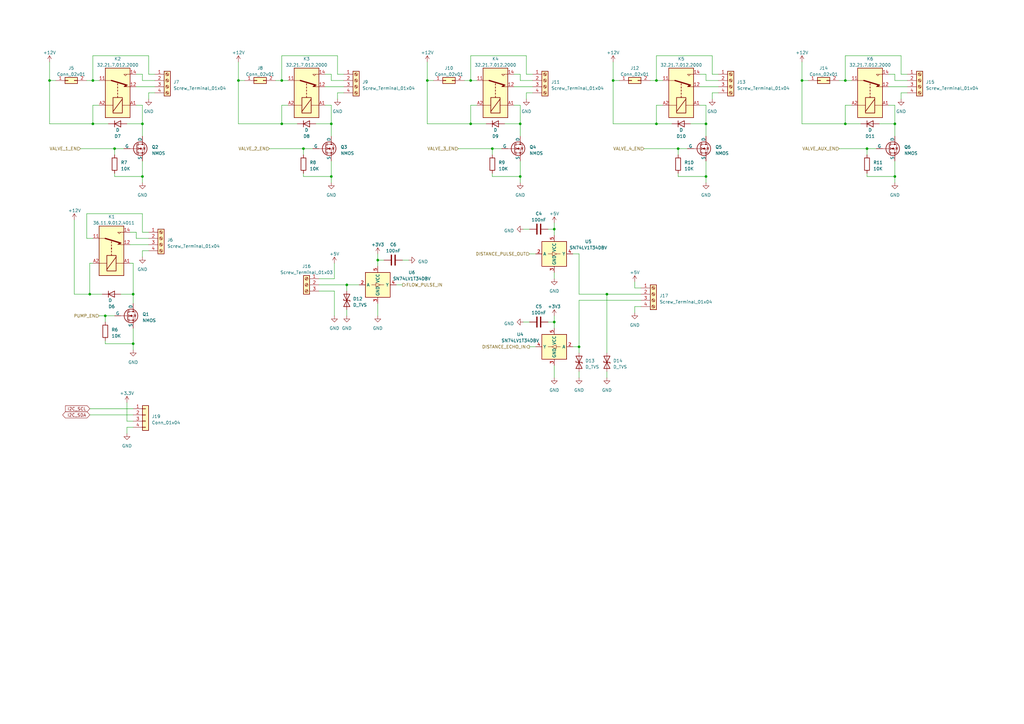
<source format=kicad_sch>
(kicad_sch (version 20250114) (generator "eeschema") (generator_version "9.0")
  (paper "A3")
  (lib_symbols
    (symbol "Connector:Screw_Terminal_01x03" (pin_names (offset 1.016) (hide yes))
      (property "Reference" "J" (at 0 5.08 0))
      (property "Value" "Screw_Terminal_01x03" (at 0 -5.08 0))
      (symbol "Screw_Terminal_01x03_1_1"
        (rectangle (start -1.27 3.81) (end 1.27 -3.81) (stroke (width 0.254)) (fill (type background)))
        (polyline (pts (xy -0.5334 2.8702) (xy 0.3302 2.032)) (stroke (width 0.1524)))
        (polyline (pts (xy -0.5334 0.3302) (xy 0.3302 -0.508)) (stroke (width 0.1524)))
        (polyline (pts (xy -0.5334 -2.2098) (xy 0.3302 -3.048)) (stroke (width 0.1524)))
        (polyline (pts (xy -0.3556 3.048) (xy 0.508 2.2098)) (stroke (width 0.1524)))
        (polyline (pts (xy -0.3556 0.508) (xy 0.508 -0.3302)) (stroke (width 0.1524)))
        (polyline (pts (xy -0.3556 -2.032) (xy 0.508 -2.8702)) (stroke (width 0.1524)))
        (circle (center 0 2.54) (radius 0.635) (stroke (width 0.1524)))
        (circle (center 0 0) (radius 0.635) (stroke (width 0.1524)))
        (circle (center 0 -2.54) (radius 0.635) (stroke (width 0.1524)))
        (pin passive line (at -5.08 2.54 0) (length 3.81) (name "Pin_1") (number "1"))
        (pin passive line (at -5.08 0 0) (length 3.81) (name "Pin_2") (number "2"))
        (pin passive line (at -5.08 -2.54 0) (length 3.81) (name "Pin_3") (number "3"))
      )
    )
    (symbol "Connector:Screw_Terminal_01x04" (pin_names (offset 1.016) (hide yes))
      (property "Reference" "J" (at 0 5.08 0))
      (property "Value" "Screw_Terminal_01x04" (at 0 -7.62 0))
      (symbol "Screw_Terminal_01x04_1_1"
        (rectangle (start -1.27 3.81) (end 1.27 -6.35) (stroke (width 0.254)) (fill (type background)))
        (polyline (pts (xy -0.5334 2.8702) (xy 0.3302 2.032)) (stroke (width 0.1524)))
        (polyline (pts (xy -0.5334 0.3302) (xy 0.3302 -0.508)) (stroke (width 0.1524)))
        (polyline (pts (xy -0.5334 -2.2098) (xy 0.3302 -3.048)) (stroke (width 0.1524)))
        (polyline (pts (xy -0.5334 -4.7498) (xy 0.3302 -5.588)) (stroke (width 0.1524)))
        (polyline (pts (xy -0.3556 3.048) (xy 0.508 2.2098)) (stroke (width 0.1524)))
        (polyline (pts (xy -0.3556 0.508) (xy 0.508 -0.3302)) (stroke (width 0.1524)))
        (polyline (pts (xy -0.3556 -2.032) (xy 0.508 -2.8702)) (stroke (width 0.1524)))
        (polyline (pts (xy -0.3556 -4.572) (xy 0.508 -5.4102)) (stroke (width 0.1524)))
        (circle (center 0 2.54) (radius 0.635) (stroke (width 0.1524)))
        (circle (center 0 0) (radius 0.635) (stroke (width 0.1524)))
        (circle (center 0 -2.54) (radius 0.635) (stroke (width 0.1524)))
        (circle (center 0 -5.08) (radius 0.635) (stroke (width 0.1524)))
        (pin passive line (at -5.08 2.54 0) (length 3.81) (name "Pin_1") (number "1"))
        (pin passive line (at -5.08 0 0) (length 3.81) (name "Pin_2") (number "2"))
        (pin passive line (at -5.08 -2.54 0) (length 3.81) (name "Pin_3") (number "3"))
        (pin passive line (at -5.08 -5.08 0) (length 3.81) (name "Pin_4") (number "4"))
      )
    )
    (symbol "Connector_Generic:Conn_01x04" (pin_names (offset 1.016) (hide yes))
      (property "Reference" "J" (at 0 5.08 0))
      (property "Value" "Conn_01x04" (at 0 -7.62 0))
      (symbol "Conn_01x04_1_1"
        (rectangle (start -1.27 3.81) (end 1.27 -6.35) (stroke (width 0.254)) (fill (type background)))
        (rectangle (start -1.27 2.667) (end 0 2.413) (stroke (width 0.1524)))
        (rectangle (start -1.27 0.127) (end 0 -0.127) (stroke (width 0.1524)))
        (rectangle (start -1.27 -2.413) (end 0 -2.667) (stroke (width 0.1524)))
        (rectangle (start -1.27 -4.953) (end 0 -5.207) (stroke (width 0.1524)))
        (pin passive line (at -5.08 2.54 0) (length 3.81) (name "Pin_1") (number "1"))
        (pin passive line (at -5.08 0 0) (length 3.81) (name "Pin_2") (number "2"))
        (pin passive line (at -5.08 -2.54 0) (length 3.81) (name "Pin_3") (number "3"))
        (pin passive line (at -5.08 -5.08 0) (length 3.81) (name "Pin_4") (number "4"))
      )
    )
    (symbol "Connector_Generic:Conn_02x01" (pin_names (offset 1.016) (hide yes))
      (property "Reference" "J" (at 1.27 2.54 0))
      (property "Value" "Conn_02x01" (at 1.27 -2.54 0))
      (symbol "Conn_02x01_1_1"
        (rectangle (start -1.27 1.27) (end 3.81 -1.27) (stroke (width 0.254)) (fill (type background)))
        (rectangle (start -1.27 0.127) (end 0 -0.127) (stroke (width 0.1524)))
        (rectangle (start 3.81 0.127) (end 2.54 -0.127) (stroke (width 0.1524)))
        (pin passive line (at -5.08 0 0) (length 3.81) (name "Pin_1") (number "1"))
        (pin passive line (at 7.62 0 180) (length 3.81) (name "Pin_2") (number "2"))
      )
    )
    (symbol "Device:C" (pin_numbers (hide yes)) (pin_names (offset 0.254))
      (property "Reference" "C" (at 0.635 2.54 0))
      (property "Value" "C" (at 0.635 -2.54 0))
      (symbol "C_0_1"
        (polyline (pts (xy -2.032 0.762) (xy 2.032 0.762)) (stroke (width 0.508)))
        (polyline (pts (xy -2.032 -0.762) (xy 2.032 -0.762)) (stroke (width 0.508)))
      )
      (symbol "C_1_1"
        (pin passive line (at 0 3.81 270) (length 2.794) (name "~") (number "1"))
        (pin passive line (at 0 -3.81 90) (length 2.794) (name "~") (number "2"))
      )
    )
    (symbol "Device:D" (pin_numbers (hide yes)) (pin_names (offset 1.016) (hide yes))
      (property "Reference" "D" (at 0 2.54 0))
      (property "Value" "D" (at 0 -2.54 0))
      (symbol "D_0_1"
        (polyline (pts (xy -1.27 1.27) (xy -1.27 -1.27)) (stroke (width 0.254)))
        (polyline (pts (xy 1.27 1.27) (xy 1.27 -1.27) (xy -1.27 0) (xy 1.27 1.27)) (stroke (width 0.254)))
        (polyline (pts (xy 1.27 0) (xy -1.27 0)))
      )
      (symbol "D_1_1"
        (pin passive line (at -3.81 0 0) (length 2.54) (name "K") (number "1"))
        (pin passive line (at 3.81 0 180) (length 2.54) (name "A") (number "2"))
      )
    )
    (symbol "Device:D_TVS" (pin_numbers (hide yes)) (pin_names (offset 1.016) (hide yes))
      (property "Reference" "D" (at 0 2.54 0))
      (property "Value" "D_TVS" (at 0 -2.54 0))
      (symbol "D_TVS_0_1"
        (polyline (pts (xy -2.54 1.27) (xy -2.54 -1.27) (xy 2.54 1.27) (xy 2.54 -1.27) (xy -2.54 1.27)) (stroke (width 0.254)))
        (polyline (pts (xy 0.508 1.27) (xy 0 1.27) (xy 0 -1.27) (xy -0.508 -1.27)) (stroke (width 0.254)))
        (polyline (pts (xy 1.27 0) (xy -1.27 0)))
      )
      (symbol "D_TVS_1_1"
        (pin passive line (at -3.81 0 0) (length 2.54) (name "A1") (number "1"))
        (pin passive line (at 3.81 0 180) (length 2.54) (name "A2") (number "2"))
      )
    )
    (symbol "Device:R" (pin_numbers (hide yes)) (pin_names (offset 0))
      (property "Reference" "R" (at 2.032 0 90))
      (property "Value" "R" (at 0 0 90))
      (symbol "R_0_1"
        (rectangle (start -1.016 -2.54) (end 1.016 2.54) (stroke (width 0.254)))
      )
      (symbol "R_1_1"
        (pin passive line (at 0 3.81 270) (length 1.27) (name "~") (number "1"))
        (pin passive line (at 0 -3.81 90) (length 1.27) (name "~") (number "2"))
      )
    )
    (symbol "Logic_LevelTranslator:SN74LV1T34DBV"
      (property "Reference" "U" (at 5.08 6.35 0))
      (property "Value" "SN74LV1T34DBV" (at 5.08 3.81 0))
      (symbol "SN74LV1T34DBV_0_1"
        (rectangle (start -5.08 5.08) (end 5.08 -5.08) (stroke (width 0.254)) (fill (type background)))
        (polyline (pts (xy -0.762 0) (xy -2.54 0)))
        (polyline (pts (xy 1.016 0) (xy 2.54 0)))
      )
      (symbol "SN74LV1T34DBV_1_1"
        (polyline (pts (xy -0.762 -0.762) (xy -0.762 0.762) (xy 1.016 0) (xy -0.762 -0.762)))
        (pin input line (at -7.62 0 0) (length 2.54) (name "A") (number "2"))
        (pin no_connect line (at -5.08 2.54 0) (length 2.54) (hide yes) (name "NC") (number "1"))
        (pin power_in line (at 0 7.62 270) (length 2.54) (name "VCC") (number "5"))
        (pin power_in line (at 0 -7.62 90) (length 2.54) (name "GND") (number "3"))
        (pin output line (at 7.62 0 180) (length 2.54) (name "Y") (number "4"))
      )
    )
    (symbol "Relay:FINDER-32.21-x000"
      (property "Reference" "K" (at 11.43 3.81 0))
      (property "Value" "FINDER-32.21-x000" (at 11.43 1.27 0))
      (symbol "FINDER-32.21-x000_0_0"
        (polyline (pts (xy 2.54 5.08) (xy 2.54 2.54) (xy 3.175 3.175) (xy 2.54 3.81)) (fill (type outline)))
        (polyline (pts (xy 7.62 5.08) (xy 7.62 2.54) (xy 6.985 3.175) (xy 7.62 3.81)))
      )
      (symbol "FINDER-32.21-x000_0_1"
        (rectangle (start -10.16 5.08) (end 10.16 -5.08) (stroke (width 0.254)) (fill (type background)))
        (rectangle (start -8.255 1.905) (end -1.905 -1.905) (stroke (width 0.254)))
        (polyline (pts (xy -7.62 -1.905) (xy -2.54 1.905)) (stroke (width 0.254)))
        (polyline (pts (xy -5.08 5.08) (xy -5.08 1.905)))
        (polyline (pts (xy -5.08 -5.08) (xy -5.08 -1.905)))
        (polyline (pts (xy -1.905 0) (xy -1.27 0)) (stroke (width 0.254)))
        (polyline (pts (xy -0.635 0) (xy 0 0)) (stroke (width 0.254)))
        (polyline (pts (xy 0.635 0) (xy 1.27 0)) (stroke (width 0.254)))
        (polyline (pts (xy 1.905 0) (xy 2.54 0)) (stroke (width 0.254)))
        (polyline (pts (xy 3.175 0) (xy 3.81 0)) (stroke (width 0.254)))
        (polyline (pts (xy 5.08 -2.54) (xy 3.175 3.81)) (stroke (width 0.508)))
        (polyline (pts (xy 5.08 -2.54) (xy 5.08 -5.08)))
      )
      (symbol "FINDER-32.21-x000_1_1"
        (pin passive line (at -5.08 7.62 270) (length 2.54) (name "~") (number "A1"))
        (pin passive line (at -5.08 -7.62 90) (length 2.54) (name "~") (number "A2"))
        (pin passive line (at 2.54 7.62 270) (length 2.54) (name "~") (number "12"))
        (pin passive line (at 5.08 -7.62 90) (length 2.54) (name "~") (number "11"))
        (pin passive line (at 7.62 7.62 270) (length 2.54) (name "~") (number "14"))
      )
    )
    (symbol "Relay:FINDER-36.11"
      (property "Reference" "K" (at 11.43 3.81 0))
      (property "Value" "FINDER-36.11" (at 11.43 1.27 0))
      (symbol "FINDER-36.11_0_0"
        (polyline (pts (xy 2.54 3.81) (xy 2.54 5.08)))
        (polyline (pts (xy 7.62 3.81) (xy 7.62 5.08)))
        (polyline (pts (xy 7.62 3.81) (xy 7.62 2.54) (xy 6.985 3.175) (xy 7.62 3.81)))
      )
      (symbol "FINDER-36.11_0_1"
        (rectangle (start -10.16 5.08) (end 10.16 -5.08) (stroke (width 0.254)) (fill (type background)))
        (rectangle (start -8.255 1.905) (end -1.905 -1.905) (stroke (width 0.254)))
        (polyline (pts (xy -7.62 -1.905) (xy -2.54 1.905)) (stroke (width 0.254)))
        (polyline (pts (xy -5.08 5.08) (xy -5.08 1.905)))
        (polyline (pts (xy -5.08 -5.08) (xy -5.08 -1.905)))
        (polyline (pts (xy -1.905 0) (xy -1.27 0)) (stroke (width 0.254)))
        (polyline (pts (xy -0.635 0) (xy 0 0)) (stroke (width 0.254)))
        (polyline (pts (xy 0.635 0) (xy 1.27 0)) (stroke (width 0.254)))
        (polyline (pts (xy 0.635 0) (xy 1.27 0)) (stroke (width 0.254)))
        (polyline (pts (xy 1.905 0) (xy 2.54 0)) (stroke (width 0.254)))
        (polyline (pts (xy 2.54 2.54) (xy 3.175 3.175) (xy 2.54 3.81)) (fill (type outline)))
        (polyline (pts (xy 3.175 0) (xy 3.81 0)) (stroke (width 0.254)))
        (polyline (pts (xy 5.08 -2.54) (xy 3.175 3.81)) (stroke (width 0.508)))
        (polyline (pts (xy 5.08 -2.54) (xy 5.08 -5.08)))
      )
      (symbol "FINDER-36.11_1_1"
        (pin passive line (at -5.08 7.62 270) (length 2.54) (name "~") (number "A1"))
        (pin passive line (at -5.08 -7.62 90) (length 2.54) (name "~") (number "A2"))
        (pin passive line (at 2.54 7.62 270) (length 2.54) (name "~") (number "12"))
        (pin passive line (at 5.08 -7.62 90) (length 2.54) (name "~") (number "11"))
        (pin passive line (at 7.62 7.62 270) (length 2.54) (name "~") (number "14"))
      )
    )
    (symbol "Simulation_SPICE:NMOS" (pin_numbers (hide yes)) (pin_names (offset 0))
      (property "Reference" "Q" (at 5.08 1.27 0))
      (property "Value" "NMOS" (at 5.08 -1.27 0))
      (symbol "NMOS_0_1"
        (polyline (pts (xy 0.254 1.905) (xy 0.254 -1.905)) (stroke (width 0.254)))
        (polyline (pts (xy 0.254 0) (xy -2.54 0)))
        (polyline (pts (xy 0.762 2.286) (xy 0.762 1.27)) (stroke (width 0.254)))
        (polyline (pts (xy 0.762 0.508) (xy 0.762 -0.508)) (stroke (width 0.254)))
        (polyline (pts (xy 0.762 -1.27) (xy 0.762 -2.286)) (stroke (width 0.254)))
        (polyline (pts (xy 0.762 -1.778) (xy 3.302 -1.778) (xy 3.302 1.778) (xy 0.762 1.778)))
        (polyline (pts (xy 1.016 0) (xy 2.032 0.381) (xy 2.032 -0.381) (xy 1.016 0)) (fill (type outline)))
        (circle (center 1.651 0) (radius 2.794) (stroke (width 0.254)))
        (polyline (pts (xy 2.54 2.54) (xy 2.54 1.778)))
        (circle (center 2.54 1.778) (radius 0.254) (fill (type outline)))
        (circle (center 2.54 -1.778) (radius 0.254) (fill (type outline)))
        (polyline (pts (xy 2.54 -2.54) (xy 2.54 0) (xy 0.762 0)))
        (polyline (pts (xy 2.794 0.508) (xy 2.921 0.381) (xy 3.683 0.381) (xy 3.81 0.254)))
        (polyline (pts (xy 3.302 0.381) (xy 2.921 -0.254) (xy 3.683 -0.254) (xy 3.302 0.381)))
      )
      (symbol "NMOS_1_1"
        (pin input line (at -5.08 0 0) (length 2.54) (name "G") (number "2"))
        (pin passive line (at 2.54 5.08 270) (length 2.54) (name "D") (number "1"))
        (pin passive line (at 2.54 -5.08 90) (length 2.54) (name "S") (number "3"))
      )
    )
    (symbol "power:+12V" (power) (pin_names (offset 0))
      (property "Value" "+12V" (at 0 3.556 0))
      (symbol "+12V_0_1"
        (polyline (pts (xy -0.762 1.27) (xy 0 2.54)))
        (polyline (pts (xy 0 2.54) (xy 0.762 1.27)))
        (polyline (pts (xy 0 0) (xy 0 2.54)))
      )
      (symbol "+12V_1_1"
        (pin power_in line (at 0 0 90) (length 0) (hide yes) (name "+12V") (number "1"))
      )
    )
    (symbol "power:+3.3V" (power) (pin_names (offset 0))
      (property "Value" "+3.3V" (at 0 3.556 0))
      (symbol "+3.3V_0_1"
        (polyline (pts (xy -0.762 1.27) (xy 0 2.54)))
        (polyline (pts (xy 0 2.54) (xy 0.762 1.27)))
        (polyline (pts (xy 0 0) (xy 0 2.54)))
      )
      (symbol "+3.3V_1_1"
        (pin power_in line (at 0 0 90) (length 0) (hide yes) (name "+3.3V") (number "1"))
      )
    )
    (symbol "power:+3V3" (power) (pin_names (offset 0))
      (property "Value" "+3V3" (at 0 3.556 0))
      (symbol "+3V3_0_1"
        (polyline (pts (xy -0.762 1.27) (xy 0 2.54)))
        (polyline (pts (xy 0 2.54) (xy 0.762 1.27)))
        (polyline (pts (xy 0 0) (xy 0 2.54)))
      )
      (symbol "+3V3_1_1"
        (pin power_in line (at 0 0 90) (length 0) (hide yes) (name "+3V3") (number "1"))
      )
    )
    (symbol "power:+5V" (power) (pin_names (offset 0))
      (property "Value" "+5V" (at 0 3.556 0))
      (symbol "+5V_0_1"
        (polyline (pts (xy -0.762 1.27) (xy 0 2.54)))
        (polyline (pts (xy 0 2.54) (xy 0.762 1.27)))
        (polyline (pts (xy 0 0) (xy 0 2.54)))
      )
      (symbol "+5V_1_1"
        (pin power_in line (at 0 0 90) (length 0) (hide yes) (name "+5V") (number "1"))
      )
    )
    (symbol "power:GND" (power) (pin_names (offset 0))
      (property "Value" "GND" (at 0 -3.81 0))
      (symbol "GND_0_1"
        (polyline (pts (xy 0 0) (xy 0 -1.27) (xy 1.27 -1.27) (xy 0 -2.54) (xy -1.27 -1.27) (xy 0 -1.27)))
      )
      (symbol "GND_1_1"
        (pin power_in line (at 0 0 270) (length 0) (hide yes) (name "GND") (number "1"))
      )
    )
  )
  (junction (at 20.32 33.02))
  (junction (at 278.13 60.96))
  (junction (at 367.03 50.8))
  (junction (at 135.89 72.39))
  (junction (at 346.71 33.02))
  (junction (at 58.42 72.39))
  (junction (at 346.71 50.8))
  (junction (at 328.93 33.02))
  (junction (at 289.56 72.39))
  (junction (at 97.79 33.02))
  (junction (at 38.1 50.8))
  (junction (at 54.61 120.65))
  (junction (at 38.1 33.02))
  (junction (at 251.46 33.02))
  (junction (at 227.33 132.08))
  (junction (at 115.57 50.8))
  (junction (at 193.04 33.02))
  (junction (at 58.42 50.8))
  (junction (at 43.18 129.54))
  (junction (at 124.46 60.96))
  (junction (at 154.94 106.68))
  (junction (at 227.33 93.98))
  (junction (at 46.99 60.96))
  (junction (at 175.26 33.02))
  (junction (at 36.83 120.65))
  (junction (at 193.04 50.8))
  (junction (at 213.36 50.8))
  (junction (at 355.6 60.96))
  (junction (at 237.49 142.24))
  (junction (at 289.56 50.8))
  (junction (at 367.03 72.39))
  (junction (at 248.92 120.65))
  (junction (at 115.57 33.02))
  (junction (at 142.24 116.84))
  (junction (at 269.24 33.02))
  (junction (at 54.61 140.97))
  (junction (at 135.89 50.8))
  (junction (at 269.24 50.8))
  (junction (at 201.93 60.96))
  (junction (at 213.36 72.39))
  (wire (pts (xy 30.48 120.65) (xy 36.83 120.65)))
  (wire (pts (xy 52.07 165.1) (xy 52.07 172.72)))
  (wire (pts (xy 38.1 43.18) (xy 40.64 43.18)))
  (wire (pts (xy 262.89 118.11) (xy 260.35 118.11)))
  (wire (pts (xy 346.71 33.02) (xy 349.25 33.02)))
  (wire (pts (xy 278.13 71.12) (xy 278.13 72.39)))
  (wire (pts (xy 346.71 50.8) (xy 346.71 43.18)))
  (wire (pts (xy 129.54 50.8) (xy 135.89 50.8)))
  (wire (pts (xy 60.96 30.48) (xy 60.96 22.86)))
  (wire (pts (xy 157.48 106.68) (xy 154.94 106.68)))
  (wire (pts (xy 135.89 72.39) (xy 135.89 74.93)))
  (wire (pts (xy 210.82 35.56) (xy 218.44 35.56)))
  (wire (pts (xy 175.26 33.02) (xy 177.8 33.02)))
  (wire (pts (xy 54.61 140.97) (xy 54.61 143.51)))
  (wire (pts (xy 237.49 142.24) (xy 237.49 144.78)))
  (wire (pts (xy 364.49 35.56) (xy 372.11 35.56)))
  (wire (pts (xy 165.1 106.68) (xy 167.64 106.68)))
  (wire (pts (xy 115.57 50.8) (xy 115.57 43.18)))
  (wire (pts (xy 133.35 30.48) (xy 135.89 30.48)))
  (wire (pts (xy 142.24 116.84) (xy 147.32 116.84)))
  (wire (pts (xy 372.11 38.1) (xy 369.57 38.1)))
  (wire (pts (xy 154.94 124.46) (xy 154.94 129.54)))
  (wire (pts (xy 60.96 102.87) (xy 58.42 102.87)))
  (wire (pts (xy 237.49 142.24) (xy 234.95 142.24)))
  (wire (pts (xy 58.42 30.48) (xy 58.42 33.02)))
  (wire (pts (xy 20.32 50.8) (xy 20.32 33.02)))
  (wire (pts (xy 213.36 50.8) (xy 213.36 43.18)))
  (wire (pts (xy 43.18 139.7) (xy 43.18 140.97)))
  (wire (pts (xy 54.61 120.65) (xy 54.61 124.46)))
  (wire (pts (xy 264.16 60.96) (xy 278.13 60.96)))
  (wire (pts (xy 193.04 50.8) (xy 175.26 50.8)))
  (wire (pts (xy 227.33 111.76) (xy 227.33 114.3)))
  (wire (pts (xy 287.02 35.56) (xy 294.64 35.56)))
  (wire (pts (xy 262.89 125.73) (xy 260.35 125.73)))
  (wire (pts (xy 58.42 72.39) (xy 58.42 74.93)))
  (wire (pts (xy 213.36 43.18) (xy 210.82 43.18)))
  (wire (pts (xy 35.56 97.79) (xy 35.56 87.63)))
  (wire (pts (xy 58.42 50.8) (xy 58.42 55.88)))
  (wire (pts (xy 215.9 30.48) (xy 215.9 22.86)))
  (wire (pts (xy 137.16 119.38) (xy 137.16 129.54)))
  (wire (pts (xy 248.92 120.65) (xy 248.92 144.78)))
  (wire (pts (xy 190.5 33.02) (xy 193.04 33.02)))
  (wire (pts (xy 287.02 30.48) (xy 289.56 30.48)))
  (wire (pts (xy 227.33 129.54) (xy 227.33 132.08)))
  (wire (pts (xy 214.63 93.98) (xy 217.17 93.98)))
  (wire (pts (xy 269.24 50.8) (xy 251.46 50.8)))
  (wire (pts (xy 60.96 38.1) (xy 60.96 40.64)))
  (wire (pts (xy 215.9 22.86) (xy 193.04 22.86)))
  (wire (pts (xy 55.88 97.79) (xy 60.96 97.79)))
  (wire (pts (xy 367.03 30.48) (xy 367.03 33.02)))
  (wire (pts (xy 115.57 50.8) (xy 97.79 50.8)))
  (wire (pts (xy 237.49 123.19) (xy 237.49 142.24)))
  (wire (pts (xy 46.99 71.12) (xy 46.99 72.39)))
  (wire (pts (xy 360.68 50.8) (xy 367.03 50.8)))
  (wire (pts (xy 20.32 25.4) (xy 20.32 33.02)))
  (wire (pts (xy 140.97 38.1) (xy 138.43 38.1)))
  (wire (pts (xy 124.46 60.96) (xy 124.46 63.5)))
  (wire (pts (xy 207.01 50.8) (xy 213.36 50.8)))
  (wire (pts (xy 97.79 33.02) (xy 100.33 33.02)))
  (wire (pts (xy 224.79 132.08) (xy 227.33 132.08)))
  (wire (pts (xy 234.95 104.14) (xy 237.49 104.14)))
  (wire (pts (xy 58.42 66.04) (xy 58.42 72.39)))
  (wire (pts (xy 140.97 30.48) (xy 138.43 30.48)))
  (wire (pts (xy 135.89 33.02) (xy 140.97 33.02)))
  (wire (pts (xy 46.99 129.54) (xy 43.18 129.54)))
  (wire (pts (xy 54.61 172.72) (xy 52.07 172.72)))
  (wire (pts (xy 269.24 50.8) (xy 269.24 43.18)))
  (wire (pts (xy 237.49 152.4) (xy 237.49 154.94)))
  (wire (pts (xy 165.1 116.84) (xy 162.56 116.84)))
  (wire (pts (xy 130.81 114.3) (xy 137.16 114.3)))
  (wire (pts (xy 135.89 50.8) (xy 135.89 43.18)))
  (wire (pts (xy 213.36 50.8) (xy 213.36 55.88)))
  (wire (pts (xy 130.81 119.38) (xy 137.16 119.38)))
  (wire (pts (xy 154.94 106.68) (xy 154.94 109.22)))
  (wire (pts (xy 135.89 43.18) (xy 133.35 43.18)))
  (wire (pts (xy 369.57 30.48) (xy 369.57 22.86)))
  (wire (pts (xy 58.42 43.18) (xy 55.88 43.18)))
  (wire (pts (xy 124.46 72.39) (xy 135.89 72.39)))
  (wire (pts (xy 44.45 50.8) (xy 38.1 50.8)))
  (wire (pts (xy 260.35 118.11) (xy 260.35 115.57)))
  (wire (pts (xy 260.35 125.73) (xy 260.35 128.27)))
  (wire (pts (xy 36.83 167.64) (xy 54.61 167.64)))
  (wire (pts (xy 53.34 107.95) (xy 54.61 107.95)))
  (wire (pts (xy 218.44 30.48) (xy 215.9 30.48)))
  (wire (pts (xy 130.81 116.84) (xy 142.24 116.84)))
  (wire (pts (xy 38.1 22.86) (xy 38.1 33.02)))
  (wire (pts (xy 138.43 22.86) (xy 115.57 22.86)))
  (wire (pts (xy 367.03 43.18) (xy 364.49 43.18)))
  (wire (pts (xy 46.99 72.39) (xy 58.42 72.39)))
  (wire (pts (xy 187.96 60.96) (xy 201.93 60.96)))
  (wire (pts (xy 227.33 132.08) (xy 227.33 134.62)))
  (wire (pts (xy 115.57 22.86) (xy 115.57 33.02)))
  (wire (pts (xy 289.56 30.48) (xy 289.56 33.02)))
  (wire (pts (xy 210.82 30.48) (xy 213.36 30.48)))
  (wire (pts (xy 193.04 33.02) (xy 195.58 33.02)))
  (wire (pts (xy 133.35 35.56) (xy 140.97 35.56)))
  (wire (pts (xy 63.5 30.48) (xy 60.96 30.48)))
  (wire (pts (xy 213.36 30.48) (xy 213.36 33.02)))
  (wire (pts (xy 266.7 33.02) (xy 269.24 33.02)))
  (wire (pts (xy 135.89 30.48) (xy 135.89 33.02)))
  (wire (pts (xy 289.56 33.02) (xy 294.64 33.02)))
  (wire (pts (xy 115.57 33.02) (xy 118.11 33.02)))
  (wire (pts (xy 364.49 30.48) (xy 367.03 30.48)))
  (wire (pts (xy 248.92 120.65) (xy 262.89 120.65)))
  (wire (pts (xy 372.11 30.48) (xy 369.57 30.48)))
  (wire (pts (xy 237.49 120.65) (xy 248.92 120.65)))
  (wire (pts (xy 292.1 38.1) (xy 292.1 40.64)))
  (wire (pts (xy 278.13 72.39) (xy 289.56 72.39)))
  (wire (pts (xy 58.42 102.87) (xy 58.42 105.41)))
  (wire (pts (xy 251.46 25.4) (xy 251.46 33.02)))
  (wire (pts (xy 367.03 50.8) (xy 367.03 43.18)))
  (wire (pts (xy 294.64 30.48) (xy 292.1 30.48)))
  (wire (pts (xy 346.71 50.8) (xy 328.93 50.8)))
  (wire (pts (xy 367.03 72.39) (xy 367.03 74.93)))
  (wire (pts (xy 52.07 50.8) (xy 58.42 50.8)))
  (wire (pts (xy 367.03 33.02) (xy 372.11 33.02)))
  (wire (pts (xy 135.89 66.04) (xy 135.89 72.39)))
  (wire (pts (xy 248.92 152.4) (xy 248.92 154.94)))
  (wire (pts (xy 124.46 71.12) (xy 124.46 72.39)))
  (wire (pts (xy 328.93 50.8) (xy 328.93 33.02)))
  (wire (pts (xy 97.79 50.8) (xy 97.79 33.02)))
  (wire (pts (xy 115.57 43.18) (xy 118.11 43.18)))
  (wire (pts (xy 113.03 33.02) (xy 115.57 33.02)))
  (wire (pts (xy 292.1 30.48) (xy 292.1 22.86)))
  (wire (pts (xy 218.44 38.1) (xy 215.9 38.1)))
  (wire (pts (xy 269.24 22.86) (xy 269.24 33.02)))
  (wire (pts (xy 201.93 60.96) (xy 201.93 63.5)))
  (wire (pts (xy 53.34 100.33) (xy 60.96 100.33)))
  (wire (pts (xy 138.43 30.48) (xy 138.43 22.86)))
  (wire (pts (xy 30.48 90.17) (xy 30.48 120.65)))
  (wire (pts (xy 50.8 60.96) (xy 46.99 60.96)))
  (wire (pts (xy 227.33 91.44) (xy 227.33 93.98)))
  (wire (pts (xy 251.46 50.8) (xy 251.46 33.02)))
  (wire (pts (xy 213.36 72.39) (xy 213.36 74.93)))
  (wire (pts (xy 40.64 129.54) (xy 43.18 129.54)))
  (wire (pts (xy 217.17 104.14) (xy 219.71 104.14)))
  (wire (pts (xy 46.99 60.96) (xy 46.99 63.5)))
  (wire (pts (xy 58.42 33.02) (xy 63.5 33.02)))
  (wire (pts (xy 328.93 33.02) (xy 331.47 33.02)))
  (wire (pts (xy 135.89 50.8) (xy 135.89 55.88)))
  (wire (pts (xy 138.43 38.1) (xy 138.43 40.64)))
  (wire (pts (xy 20.32 33.02) (xy 22.86 33.02)))
  (wire (pts (xy 54.61 120.65) (xy 49.53 120.65)))
  (wire (pts (xy 142.24 116.84) (xy 142.24 119.38)))
  (wire (pts (xy 43.18 129.54) (xy 43.18 132.08)))
  (wire (pts (xy 201.93 71.12) (xy 201.93 72.39)))
  (wire (pts (xy 215.9 38.1) (xy 215.9 40.64)))
  (wire (pts (xy 328.93 25.4) (xy 328.93 33.02)))
  (wire (pts (xy 54.61 107.95) (xy 54.61 120.65)))
  (wire (pts (xy 36.83 170.18) (xy 54.61 170.18)))
  (wire (pts (xy 199.39 50.8) (xy 193.04 50.8)))
  (wire (pts (xy 275.59 50.8) (xy 269.24 50.8)))
  (wire (pts (xy 58.42 50.8) (xy 58.42 43.18)))
  (wire (pts (xy 355.6 60.96) (xy 355.6 63.5)))
  (wire (pts (xy 55.88 95.25) (xy 55.88 97.79)))
  (wire (pts (xy 213.36 33.02) (xy 218.44 33.02)))
  (wire (pts (xy 227.33 149.86) (xy 227.33 154.94)))
  (wire (pts (xy 38.1 33.02) (xy 40.64 33.02)))
  (wire (pts (xy 137.16 114.3) (xy 137.16 107.95)))
  (wire (pts (xy 367.03 50.8) (xy 367.03 55.88)))
  (wire (pts (xy 35.56 33.02) (xy 38.1 33.02)))
  (wire (pts (xy 38.1 97.79) (xy 35.56 97.79)))
  (wire (pts (xy 294.64 38.1) (xy 292.1 38.1)))
  (wire (pts (xy 269.24 43.18) (xy 271.78 43.18)))
  (wire (pts (xy 217.17 142.24) (xy 219.71 142.24)))
  (wire (pts (xy 281.94 60.96) (xy 278.13 60.96)))
  (wire (pts (xy 97.79 25.4) (xy 97.79 33.02)))
  (wire (pts (xy 55.88 35.56) (xy 63.5 35.56)))
  (wire (pts (xy 217.17 132.08) (xy 214.63 132.08)))
  (wire (pts (xy 262.89 123.19) (xy 237.49 123.19)))
  (wire (pts (xy 128.27 60.96) (xy 124.46 60.96)))
  (wire (pts (xy 251.46 33.02) (xy 254 33.02)))
  (wire (pts (xy 289.56 50.8) (xy 289.56 55.88)))
  (wire (pts (xy 289.56 43.18) (xy 287.02 43.18)))
  (wire (pts (xy 193.04 50.8) (xy 193.04 43.18)))
  (wire (pts (xy 289.56 50.8) (xy 289.56 43.18)))
  (wire (pts (xy 55.88 30.48) (xy 58.42 30.48)))
  (wire (pts (xy 224.79 93.98) (xy 227.33 93.98)))
  (wire (pts (xy 369.57 22.86) (xy 346.71 22.86)))
  (wire (pts (xy 63.5 38.1) (xy 60.96 38.1)))
  (wire (pts (xy 58.42 87.63) (xy 58.42 95.25)))
  (wire (pts (xy 213.36 66.04) (xy 213.36 72.39)))
  (wire (pts (xy 193.04 22.86) (xy 193.04 33.02)))
  (wire (pts (xy 367.03 66.04) (xy 367.03 72.39)))
  (wire (pts (xy 193.04 43.18) (xy 195.58 43.18)))
  (wire (pts (xy 38.1 50.8) (xy 38.1 43.18)))
  (wire (pts (xy 292.1 22.86) (xy 269.24 22.86)))
  (wire (pts (xy 175.26 50.8) (xy 175.26 33.02)))
  (wire (pts (xy 283.21 50.8) (xy 289.56 50.8)))
  (wire (pts (xy 369.57 38.1) (xy 369.57 40.64)))
  (wire (pts (xy 227.33 93.98) (xy 227.33 96.52)))
  (wire (pts (xy 269.24 33.02) (xy 271.78 33.02)))
  (wire (pts (xy 353.06 50.8) (xy 346.71 50.8)))
  (wire (pts (xy 38.1 50.8) (xy 20.32 50.8)))
  (wire (pts (xy 53.34 95.25) (xy 55.88 95.25)))
  (wire (pts (xy 124.46 60.96) (xy 110.49 60.96)))
  (wire (pts (xy 237.49 104.14) (xy 237.49 120.65)))
  (wire (pts (xy 355.6 71.12) (xy 355.6 72.39)))
  (wire (pts (xy 154.94 104.14) (xy 154.94 106.68)))
  (wire (pts (xy 43.18 140.97) (xy 54.61 140.97)))
  (wire (pts (xy 142.24 127) (xy 142.24 129.54)))
  (wire (pts (xy 54.61 175.26) (xy 52.07 175.26)))
  (wire (pts (xy 36.83 120.65) (xy 36.83 107.95)))
  (wire (pts (xy 289.56 66.04) (xy 289.56 72.39)))
  (wire (pts (xy 278.13 60.96) (xy 278.13 63.5)))
  (wire (pts (xy 60.96 22.86) (xy 38.1 22.86)))
  (wire (pts (xy 36.83 107.95) (xy 38.1 107.95)))
  (wire (pts (xy 201.93 72.39) (xy 213.36 72.39)))
  (wire (pts (xy 41.91 120.65) (xy 36.83 120.65)))
  (wire (pts (xy 346.71 22.86) (xy 346.71 33.02)))
  (wire (pts (xy 289.56 72.39) (xy 289.56 74.93)))
  (wire (pts (xy 54.61 134.62) (xy 54.61 140.97)))
  (wire (pts (xy 346.71 43.18) (xy 349.25 43.18)))
  (wire (pts (xy 205.74 60.96) (xy 201.93 60.96)))
  (wire (pts (xy 121.92 50.8) (xy 115.57 50.8)))
  (wire (pts (xy 344.17 60.96) (xy 355.6 60.96)))
  (wire (pts (xy 35.56 87.63) (xy 58.42 87.63)))
  (wire (pts (xy 52.07 175.26) (xy 52.07 177.8)))
  (wire (pts (xy 175.26 25.4) (xy 175.26 33.02)))
  (wire (pts (xy 58.42 95.25) (xy 60.96 95.25)))
  (wire (pts (xy 33.02 60.96) (xy 46.99 60.96)))
  (wire (pts (xy 355.6 72.39) (xy 367.03 72.39)))
  (wire (pts (xy 359.41 60.96) (xy 355.6 60.96)))
  (wire (pts (xy 344.17 33.02) (xy 346.71 33.02)))
  (global_label "I2C_SDA" (shape bidirectional) (at 36.83 170.18 180) (property "Intersheetrefs" "${INTERSHEET_REFS}" (effects (hide yes))))
  (global_label "I2C_SCL" (shape input) (at 36.83 167.64 180) (property "Intersheetrefs" "${INTERSHEET_REFS}" (effects (hide yes))))
  (hierarchical_label "VALVE_1_EN" (shape input) (at 33.02 60.96 180))
  (hierarchical_label "FLOW_PULSE_IN" (shape output) (at 165.1 116.84 0))
  (hierarchical_label "DISTANCE_ECHO_IN" (shape output) (at 217.17 142.24 180))
  (hierarchical_label "VALVE_4_EN" (shape input) (at 264.16 60.96 180))
  (hierarchical_label "VALVE_2_EN" (shape input) (at 110.49 60.96 180))
  (hierarchical_label "PUMP_EN" (shape input) (at 40.64 129.54 180))
  (hierarchical_label "VALVE_3_EN" (shape input) (at 187.96 60.96 180))
  (hierarchical_label "VALVE_AUX_EN" (shape input) (at 344.17 60.96 180))
  (hierarchical_label "DISTANCE_PULSE_OUT" (shape input) (at 217.17 104.14 180))
  (symbol (lib_id "Relay:FINDER-36.11") (at 45.72 102.87 270) (mirror x) (unit 1)
    (property "Reference" "K1" (at 44.45 88.9 90) (effects (justify left)))
    (property "Value" "36.11.9.012.4011" (at 38.1 91.44 90) (effects (justify left)))
    (property "Footprint" "Relay_THT:Relay_SPDT_Finder_36.11" (effects (hide yes)))
    (property "Datasheet" "https://gfinder.findernet.com/public/attachments/36/EN/S36EN.pdf" (effects (hide yes)))
    (property "Manufacturer" "Finder" (effects (hide yes)))
    (property "ManufacturerPartNumber" "36.11.9.012.4011" (effects (hide yes)))
  )
  (symbol (lib_id "Device:R") (at 355.6 67.31 180) (unit 1)
    (property "Reference" "R11" (at 358.14 66.675 0) (effects (justify right)))
    (property "Value" "10K" (at 358.14 69.215 0) (effects (justify right)))
    (property "Footprint" "Resistor_SMD:R_0603_1608Metric" (effects (hide yes)))
  )
  (symbol (lib_id "Device:D") (at 356.87 50.8 0) (mirror x) (unit 1)
    (property "Reference" "D11" (at 356.87 55.88 0))
    (property "Value" "D" (at 356.87 53.34 0))
    (property "Sim.Device" "D" (effects (hide yes)))
    (property "Sim.Pins" "1=K 2=A" (effects (hide yes)))
  )
  (symbol (lib_id "power:+3V3") (at 227.33 129.54 0) (unit 1)
    (property "Reference" "#PWR044" (effects (hide yes)))
    (property "Value" "+3V3" (at 227.33 125.73 0))
  )
  (symbol (lib_id "Logic_LevelTranslator:SN74LV1T34DBV") (at 227.33 142.24 0) (mirror y) (unit 1)
    (property "Reference" "U4" (at 213.36 137.16 0))
    (property "Value" "SN74LV1T34DBV" (at 213.36 139.7 0))
    (property "Footprint" "Package_TO_SOT_SMD:SOT-23-5" (effects (hide yes)))
    (property "Datasheet" "https://www.ti.com/lit/ds/symlink/sn74lv1t34.pdf" (effects (hide yes)))
  )
  (symbol (lib_id "Relay:FINDER-32.21-x000") (at 279.4 38.1 270) (mirror x) (unit 1)
    (property "Reference" "K5" (at 279.4 24.13 90))
    (property "Value" "32.21.7.012.2000" (at 279.4 26.67 90))
    (property "Footprint" "Relay_THT:Relay_SPDT_Finder_32.21-x000" (effects (hide yes)))
    (property "Datasheet" "https://gfinder.findernet.com/assets/Series/355/S32EN.pdf" (effects (hide yes)))
    (property "Manufacturer" "Finder" (effects (hide yes)))
    (property "ManufacturerPartNumber" "32.21.7.012.2000" (effects (hide yes)))
  )
  (symbol (lib_id "power:GND") (at 292.1 40.64 0) (unit 1)
    (property "Reference" "#PWR031" (effects (hide yes)))
    (property "Value" "GND" (at 292.1 45.72 0))
  )
  (symbol (lib_id "power:+5V") (at 227.33 91.44 0) (unit 1)
    (property "Reference" "#PWR042" (effects (hide yes)))
    (property "Value" "+5V" (at 227.33 87.63 0))
  )
  (symbol (lib_id "Simulation_SPICE:NMOS") (at 287.02 60.96 0) (unit 1)
    (property "Reference" "Q5" (at 293.37 60.325 0) (effects (justify left)))
    (property "Value" "NMOS" (at 293.37 62.865 0) (effects (justify left)))
    (property "Datasheet" "https://ngspice.sourceforge.io/docs/ngspice-manual.pdf" (effects (hide yes)))
    (property "Sim.Device" "NMOS" (effects (hide yes)))
    (property "Sim.Type" "VDMOS" (effects (hide yes)))
    (property "Sim.Pins" "1=D 2=G 3=S" (effects (hide yes)))
  )
  (symbol (lib_id "Logic_LevelTranslator:SN74LV1T34DBV") (at 227.33 104.14 0) (unit 1)
    (property "Reference" "U5" (at 241.3 99.06 0))
    (property "Value" "SN74LV1T34DBV" (at 241.3 101.6 0))
    (property "Footprint" "Package_TO_SOT_SMD:SOT-23-5" (effects (hide yes)))
    (property "Datasheet" "https://www.ti.com/lit/ds/symlink/sn74lv1t34.pdf" (effects (hide yes)))
  )
  (symbol (lib_id "power:+12V") (at 30.48 90.17 0) (unit 1)
    (property "Reference" "#PWR018" (effects (hide yes)))
    (property "Value" "+12V" (at 27.94 86.36 0) (effects (justify left)))
  )
  (symbol (lib_id "Connector:Screw_Terminal_01x04") (at 377.19 33.02 0) (unit 1)
    (property "Reference" "J15" (at 379.73 33.655 0) (effects (justify left)))
    (property "Value" "Screw_Terminal_01x04" (at 379.73 36.195 0) (effects (justify left)))
  )
  (symbol (lib_id "Relay:FINDER-32.21-x000") (at 356.87 38.1 270) (mirror x) (unit 1)
    (property "Reference" "K6" (at 356.87 24.13 90))
    (property "Value" "32.21.7.012.2000" (at 356.87 26.67 90))
    (property "Footprint" "Relay_THT:Relay_SPDT_Finder_32.21-x000" (effects (hide yes)))
    (property "Datasheet" "https://gfinder.findernet.com/assets/Series/355/S32EN.pdf" (effects (hide yes)))
    (property "Manufacturer" "Finder" (effects (hide yes)))
    (property "ManufacturerPartNumber" "32.21.7.012.2000" (effects (hide yes)))
  )
  (symbol (lib_id "Device:D_TVS") (at 142.24 123.19 90) (unit 1)
    (property "Reference" "D12" (at 144.78 122.555 90) (effects (justify right)))
    (property "Value" "D_TVS" (at 144.78 125.095 90) (effects (justify right)))
  )
  (symbol (lib_id "Device:R") (at 278.13 67.31 180) (unit 1)
    (property "Reference" "R10" (at 280.67 66.675 0) (effects (justify right)))
    (property "Value" "10K" (at 280.67 69.215 0) (effects (justify right)))
    (property "Footprint" "Resistor_SMD:R_0603_1608Metric" (effects (hide yes)))
  )
  (symbol (lib_id "power:GND") (at 167.64 106.68 90) (unit 1)
    (property "Reference" "#PWR038" (effects (hide yes)))
    (property "Value" "GND" (at 171.45 107.315 90) (effects (justify right)))
  )
  (symbol (lib_id "Device:D") (at 125.73 50.8 0) (mirror x) (unit 1)
    (property "Reference" "D8" (at 125.73 55.88 0))
    (property "Value" "D" (at 125.73 53.34 0))
    (property "Sim.Device" "D" (effects (hide yes)))
    (property "Sim.Pins" "1=K 2=A" (effects (hide yes)))
  )
  (symbol (lib_id "Device:D") (at 203.2 50.8 0) (mirror x) (unit 1)
    (property "Reference" "D9" (at 203.2 55.88 0))
    (property "Value" "D" (at 203.2 53.34 0))
    (property "Sim.Device" "D" (effects (hide yes)))
    (property "Sim.Pins" "1=K 2=A" (effects (hide yes)))
  )
  (symbol (lib_id "power:GND") (at 54.61 143.51 0) (unit 1)
    (property "Reference" "#PWR019" (effects (hide yes)))
    (property "Value" "GND" (at 54.61 148.59 0))
  )
  (symbol (lib_id "Connector_Generic:Conn_02x01") (at 105.41 33.02 0) (unit 1)
    (property "Reference" "J8" (at 106.68 27.94 0))
    (property "Value" "Conn_02x01" (at 106.68 30.48 0))
  )
  (symbol (lib_id "Device:D_TVS") (at 248.92 148.59 90) (unit 1)
    (property "Reference" "D14" (at 251.46 147.955 90) (effects (justify right)))
    (property "Value" "D_TVS" (at 251.46 150.495 90) (effects (justify right)))
  )
  (symbol (lib_id "Device:R") (at 201.93 67.31 180) (unit 1)
    (property "Reference" "R9" (at 204.47 66.675 0) (effects (justify right)))
    (property "Value" "10K" (at 204.47 69.215 0) (effects (justify right)))
    (property "Footprint" "Resistor_SMD:R_0603_1608Metric" (effects (hide yes)))
  )
  (symbol (lib_id "Connector_Generic:Conn_01x04") (at 59.69 170.18 0) (unit 1)
    (property "Reference" "J19" (at 62.23 170.815 0) (effects (justify left)))
    (property "Value" "Conn_01x04" (at 62.23 173.355 0) (effects (justify left)))
  )
  (symbol (lib_id "Connector_Generic:Conn_02x01") (at 182.88 33.02 0) (unit 1)
    (property "Reference" "J10" (at 184.15 27.94 0))
    (property "Value" "Conn_02x01" (at 184.15 30.48 0))
  )
  (symbol (lib_id "Logic_LevelTranslator:SN74LV1T34DBV") (at 154.94 116.84 0) (unit 1)
    (property "Reference" "U6" (at 168.91 111.76 0))
    (property "Value" "SN74LV1T34DBV" (at 168.91 114.3 0))
    (property "Footprint" "Package_TO_SOT_SMD:SOT-23-5" (effects (hide yes)))
    (property "Datasheet" "https://www.ti.com/lit/ds/symlink/sn74lv1t34.pdf" (effects (hide yes)))
  )
  (symbol (lib_id "power:GND") (at 260.35 128.27 0) (unit 1)
    (property "Reference" "#PWR046" (effects (hide yes)))
    (property "Value" "GND" (at 260.35 133.35 0))
  )
  (symbol (lib_id "Device:D") (at 45.72 120.65 0) (unit 1)
    (property "Reference" "D6" (at 44.45 125.73 0) (effects (justify left)))
    (property "Value" "D" (at 44.45 123.19 0) (effects (justify left)))
    (property "Sim.Device" "D" (effects (hide yes)))
    (property "Sim.Pins" "1=K 2=A" (effects (hide yes)))
  )
  (symbol (lib_id "power:GND") (at 58.42 105.41 0) (unit 1)
    (property "Reference" "#PWR021" (effects (hide yes)))
    (property "Value" "GND" (at 58.42 110.49 0))
  )
  (symbol (lib_id "Connector:Screw_Terminal_01x04") (at 146.05 33.02 0) (unit 1)
    (property "Reference" "J9" (at 148.59 33.655 0) (effects (justify left)))
    (property "Value" "Screw_Terminal_01x04" (at 148.59 36.195 0) (effects (justify left)))
  )
  (symbol (lib_id "Simulation_SPICE:NMOS") (at 55.88 60.96 0) (unit 1)
    (property "Reference" "Q2" (at 62.23 60.325 0) (effects (justify left)))
    (property "Value" "NMOS" (at 62.23 62.865 0) (effects (justify left)))
    (property "Datasheet" "https://ngspice.sourceforge.io/docs/ngspice-manual.pdf" (effects (hide yes)))
    (property "Sim.Device" "NMOS" (effects (hide yes)))
    (property "Sim.Type" "VDMOS" (effects (hide yes)))
    (property "Sim.Pins" "1=D 2=G 3=S" (effects (hide yes)))
  )
  (symbol (lib_id "power:GND") (at 135.89 74.93 0) (unit 1)
    (property "Reference" "#PWR024" (effects (hide yes)))
    (property "Value" "GND" (at 135.89 80.01 0))
  )
  (symbol (lib_id "power:+12V") (at 251.46 25.4 0) (unit 1)
    (property "Reference" "#PWR029" (effects (hide yes)))
    (property "Value" "+12V" (at 251.46 21.59 0))
  )
  (symbol (lib_id "Device:C") (at 220.98 132.08 270) (mirror x) (unit 1)
    (property "Reference" "C5" (at 220.98 125.73 90))
    (property "Value" "100nF" (at 220.98 128.27 90))
  )
  (symbol (lib_id "Connector:Screw_Terminal_01x04") (at 299.72 33.02 0) (unit 1)
    (property "Reference" "J13" (at 302.26 33.655 0) (effects (justify left)))
    (property "Value" "Screw_Terminal_01x04" (at 302.26 36.195 0) (effects (justify left)))
  )
  (symbol (lib_id "power:GND") (at 52.07 177.8 0) (unit 1)
    (property "Reference" "#PWR053" (effects (hide yes)))
    (property "Value" "GND" (at 52.07 182.88 0))
  )
  (symbol (lib_id "Connector_Generic:Conn_02x01") (at 27.94 33.02 0) (unit 1)
    (property "Reference" "J5" (at 29.21 27.94 0))
    (property "Value" "Conn_02x01" (at 29.21 30.48 0))
  )
  (symbol (lib_id "power:GND") (at 215.9 40.64 0) (unit 1)
    (property "Reference" "#PWR028" (effects (hide yes)))
    (property "Value" "GND" (at 215.9 45.72 0))
  )
  (symbol (lib_id "power:GND") (at 142.24 129.54 0) (unit 1)
    (property "Reference" "#PWR037" (effects (hide yes)))
    (property "Value" "GND" (at 142.24 134.62 0))
  )
  (symbol (lib_id "power:GND") (at 237.49 154.94 0) (unit 1)
    (property "Reference" "#PWR049" (effects (hide yes)))
    (property "Value" "GND" (at 237.49 160.02 0))
  )
  (symbol (lib_id "power:+12V") (at 175.26 25.4 0) (unit 1)
    (property "Reference" "#PWR026" (effects (hide yes)))
    (property "Value" "+12V" (at 175.26 21.59 0))
  )
  (symbol (lib_id "power:GND") (at 60.96 40.64 0) (unit 1)
    (property "Reference" "#PWR022" (effects (hide yes)))
    (property "Value" "GND" (at 60.96 45.72 0))
  )
  (symbol (lib_id "power:GND") (at 369.57 40.64 0) (unit 1)
    (property "Reference" "#PWR034" (effects (hide yes)))
    (property "Value" "GND" (at 369.57 45.72 0))
  )
  (symbol (lib_id "Device:R") (at 43.18 135.89 180) (unit 1)
    (property "Reference" "R6" (at 45.72 135.255 0) (effects (justify right)))
    (property "Value" "10K" (at 45.72 137.795 0) (effects (justify right)))
    (property "Footprint" "Resistor_SMD:R_0603_1608Metric" (effects (hide yes)))
  )
  (symbol (lib_id "Connector:Screw_Terminal_01x04") (at 68.58 33.02 0) (unit 1)
    (property "Reference" "J7" (at 71.12 33.655 0) (effects (justify left)))
    (property "Value" "Screw_Terminal_01x04" (at 71.12 36.195 0) (effects (justify left)))
  )
  (symbol (lib_id "Device:R") (at 46.99 67.31 180) (unit 1)
    (property "Reference" "R7" (at 49.53 66.675 0) (effects (justify right)))
    (property "Value" "10K" (at 49.53 69.215 0) (effects (justify right)))
    (property "Footprint" "Resistor_SMD:R_0603_1608Metric" (effects (hide yes)))
  )
  (symbol (lib_id "power:GND") (at 214.63 93.98 270) (unit 1)
    (property "Reference" "#PWR039" (effects (hide yes)))
    (property "Value" "GND" (at 210.82 94.615 90) (effects (justify right)))
  )
  (symbol (lib_id "power:GND") (at 154.94 129.54 0) (mirror y) (unit 1)
    (property "Reference" "#PWR048" (effects (hide yes)))
    (property "Value" "GND" (at 154.94 134.62 0))
  )
  (symbol (lib_id "Simulation_SPICE:NMOS") (at 133.35 60.96 0) (unit 1)
    (property "Reference" "Q3" (at 139.7 60.325 0) (effects (justify left)))
    (property "Value" "NMOS" (at 139.7 62.865 0) (effects (justify left)))
    (property "Datasheet" "https://ngspice.sourceforge.io/docs/ngspice-manual.pdf" (effects (hide yes)))
    (property "Sim.Device" "NMOS" (effects (hide yes)))
    (property "Sim.Type" "VDMOS" (effects (hide yes)))
    (property "Sim.Pins" "1=D 2=G 3=S" (effects (hide yes)))
  )
  (symbol (lib_id "Simulation_SPICE:NMOS") (at 52.07 129.54 0) (unit 1)
    (property "Reference" "Q1" (at 58.42 128.905 0) (effects (justify left)))
    (property "Value" "NMOS" (at 58.42 131.445 0) (effects (justify left)))
    (property "Datasheet" "https://ngspice.sourceforge.io/docs/ngspice-manual.pdf" (effects (hide yes)))
    (property "Sim.Device" "NMOS" (effects (hide yes)))
    (property "Sim.Type" "VDMOS" (effects (hide yes)))
    (property "Sim.Pins" "1=D 2=G 3=S" (effects (hide yes)))
  )
  (symbol (lib_id "power:+12V") (at 20.32 25.4 0) (unit 1)
    (property "Reference" "#PWR017" (effects (hide yes)))
    (property "Value" "+12V" (at 20.32 21.59 0))
  )
  (symbol (lib_id "Relay:FINDER-32.21-x000") (at 203.2 38.1 270) (mirror x) (unit 1)
    (property "Reference" "K4" (at 203.2 24.13 90))
    (property "Value" "32.21.7.012.2000" (at 203.2 26.67 90))
    (property "Footprint" "Relay_THT:Relay_SPDT_Finder_32.21-x000" (effects (hide yes)))
    (property "Datasheet" "https://gfinder.findernet.com/assets/Series/355/S32EN.pdf" (effects (hide yes)))
    (property "Manufacturer" "Finder" (effects (hide yes)))
    (property "ManufacturerPartNumber" "32.21.7.012.2000" (effects (hide yes)))
  )
  (symbol (lib_id "power:+5V") (at 137.16 107.95 0) (unit 1)
    (property "Reference" "#PWR035" (effects (hide yes)))
    (property "Value" "+5V" (at 137.16 104.14 0))
  )
  (symbol (lib_id "power:GND") (at 367.03 74.93 0) (unit 1)
    (property "Reference" "#PWR033" (effects (hide yes)))
    (property "Value" "GND" (at 367.03 80.01 0))
  )
  (symbol (lib_id "power:GND") (at 213.36 74.93 0) (unit 1)
    (property "Reference" "#PWR027" (effects (hide yes)))
    (property "Value" "GND" (at 213.36 80.01 0))
  )
  (symbol (lib_id "Relay:FINDER-32.21-x000") (at 125.73 38.1 270) (mirror x) (unit 1)
    (property "Reference" "K3" (at 125.73 24.13 90))
    (property "Value" "32.21.7.012.2000" (at 125.73 26.67 90))
    (property "Footprint" "Relay_THT:Relay_SPDT_Finder_32.21-x000" (effects (hide yes)))
    (property "Datasheet" "https://gfinder.findernet.com/assets/Series/355/S32EN.pdf" (effects (hide yes)))
    (property "Manufacturer" "Finder" (effects (hide yes)))
    (property "ManufacturerPartNumber" "32.21.7.012.2000" (effects (hide yes)))
  )
  (symbol (lib_id "Device:C") (at 220.98 93.98 90) (unit 1)
    (property "Reference" "C4" (at 220.98 87.63 90))
    (property "Value" "100nF" (at 220.98 90.17 90))
  )
  (symbol (lib_id "Connector_Generic:Conn_02x01") (at 259.08 33.02 0) (unit 1)
    (property "Reference" "J12" (at 260.35 27.94 0))
    (property "Value" "Conn_02x01" (at 260.35 30.48 0))
  )
  (symbol (lib_id "Connector_Generic:Conn_02x01") (at 336.55 33.02 0) (unit 1)
    (property "Reference" "J14" (at 337.82 27.94 0))
    (property "Value" "Conn_02x01" (at 337.82 30.48 0))
  )
  (symbol (lib_id "Device:D") (at 279.4 50.8 0) (mirror x) (unit 1)
    (property "Reference" "D10" (at 279.4 55.88 0))
    (property "Value" "D" (at 279.4 53.34 0))
    (property "Sim.Device" "D" (effects (hide yes)))
    (property "Sim.Pins" "1=K 2=A" (effects (hide yes)))
  )
  (symbol (lib_id "Device:C") (at 161.29 106.68 90) (unit 1)
    (property "Reference" "C6" (at 161.29 100.33 90))
    (property "Value" "100nF" (at 161.29 102.87 90))
  )
  (symbol (lib_id "power:GND") (at 227.33 154.94 0) (unit 1)
    (property "Reference" "#PWR043" (effects (hide yes)))
    (property "Value" "GND" (at 227.33 160.02 0))
  )
  (symbol (lib_id "Device:D_TVS") (at 237.49 148.59 90) (unit 1)
    (property "Reference" "D13" (at 240.03 147.955 90) (effects (justify right)))
    (property "Value" "D_TVS" (at 240.03 150.495 90) (effects (justify right)))
  )
  (symbol (lib_id "Simulation_SPICE:NMOS") (at 364.49 60.96 0) (unit 1)
    (property "Reference" "Q6" (at 370.84 60.325 0) (effects (justify left)))
    (property "Value" "NMOS" (at 370.84 62.865 0) (effects (justify left)))
    (property "Datasheet" "https://ngspice.sourceforge.io/docs/ngspice-manual.pdf" (effects (hide yes)))
    (property "Sim.Device" "NMOS" (effects (hide yes)))
    (property "Sim.Type" "VDMOS" (effects (hide yes)))
    (property "Sim.Pins" "1=D 2=G 3=S" (effects (hide yes)))
  )
  (symbol (lib_id "Device:R") (at 124.46 67.31 180) (unit 1)
    (property "Reference" "R8" (at 127 66.675 0) (effects (justify right)))
    (property "Value" "10K" (at 127 69.215 0) (effects (justify right)))
    (property "Footprint" "Resistor_SMD:R_0603_1608Metric" (effects (hide yes)))
  )
  (symbol (lib_id "Connector:Screw_Terminal_01x03") (at 125.73 116.84 0) (mirror y) (unit 1)
    (property "Reference" "J16" (at 125.73 109.22 0))
    (property "Value" "Screw_Terminal_01x03" (at 125.73 111.76 0))
  )
  (symbol (lib_id "power:GND") (at 58.42 74.93 0) (unit 1)
    (property "Reference" "#PWR020" (effects (hide yes)))
    (property "Value" "GND" (at 58.42 80.01 0))
  )
  (symbol (lib_id "power:GND") (at 248.92 154.94 0) (unit 1)
    (property "Reference" "#PWR050" (effects (hide yes)))
    (property "Value" "GND" (at 248.92 160.02 0))
  )
  (symbol (lib_id "power:+3V3") (at 154.94 104.14 0) (mirror y) (unit 1)
    (property "Reference" "#PWR047" (effects (hide yes)))
    (property "Value" "+3V3" (at 154.94 100.33 0))
  )
  (symbol (lib_id "power:GND") (at 138.43 40.64 0) (unit 1)
    (property "Reference" "#PWR025" (effects (hide yes)))
    (property "Value" "GND" (at 138.43 45.72 0))
  )
  (symbol (lib_id "power:GND") (at 289.56 74.93 0) (unit 1)
    (property "Reference" "#PWR030" (effects (hide yes)))
    (property "Value" "GND" (at 289.56 80.01 0))
  )
  (symbol (lib_id "Connector:Screw_Terminal_01x04") (at 66.04 97.79 0) (unit 1)
    (property "Reference" "J6" (at 68.58 98.425 0) (effects (justify left)))
    (property "Value" "Screw_Terminal_01x04" (at 68.58 100.965 0) (effects (justify left)))
  )
  (symbol (lib_id "power:GND") (at 137.16 129.54 0) (unit 1)
    (property "Reference" "#PWR036" (effects (hide yes)))
    (property "Value" "GND" (at 137.16 134.62 0))
  )
  (symbol (lib_id "power:+12V") (at 97.79 25.4 0) (unit 1)
    (property "Reference" "#PWR023" (effects (hide yes)))
    (property "Value" "+12V" (at 97.79 21.59 0))
  )
  (symbol (lib_id "power:GND") (at 227.33 114.3 0) (unit 1)
    (property "Reference" "#PWR041" (effects (hide yes)))
    (property "Value" "GND" (at 227.33 119.38 0))
  )
  (symbol (lib_id "power:+3.3V") (at 52.07 165.1 0) (unit 1)
    (property "Reference" "#PWR054" (effects (hide yes)))
    (property "Value" "+3.3V" (at 52.07 161.29 0))
  )
  (symbol (lib_id "power:GND") (at 214.63 132.08 270) (mirror x) (unit 1)
    (property "Reference" "#PWR040" (effects (hide yes)))
    (property "Value" "GND" (at 210.82 132.715 90) (effects (justify right)))
  )
  (symbol (lib_id "Connector:Screw_Terminal_01x04") (at 223.52 33.02 0) (unit 1)
    (property "Reference" "J11" (at 226.06 33.655 0) (effects (justify left)))
    (property "Value" "Screw_Terminal_01x04" (at 226.06 36.195 0) (effects (justify left)))
  )
  (symbol (lib_id "Relay:FINDER-32.21-x000") (at 48.26 38.1 270) (mirror x) (unit 1)
    (property "Reference" "K2" (at 48.26 24.13 90))
    (property "Value" "32.21.7.012.2000" (at 48.26 26.67 90))
    (property "Footprint" "Relay_THT:Relay_SPDT_Finder_32.21-x000" (effects (hide yes)))
    (property "Datasheet" "https://gfinder.findernet.com/assets/Series/355/S32EN.pdf" (effects (hide yes)))
    (property "Manufacturer" "Finder" (effects (hide yes)))
    (property "ManufacturerPartNumber" "32.21.7.012.2000" (effects (hide yes)))
  )
  (symbol (lib_id "power:+12V") (at 328.93 25.4 0) (unit 1)
    (property "Reference" "#PWR032" (effects (hide yes)))
    (property "Value" "+12V" (at 328.93 21.59 0))
  )
  (symbol (lib_id "Connector:Screw_Terminal_01x04") (at 267.97 120.65 0) (unit 1)
    (property "Reference" "J17" (at 270.51 121.285 0) (effects (justify left)))
    (property "Value" "Screw_Terminal_01x04" (at 270.51 123.825 0) (effects (justify left)))
  )
  (symbol (lib_id "Simulation_SPICE:NMOS") (at 210.82 60.96 0) (unit 1)
    (property "Reference" "Q4" (at 217.17 60.325 0) (effects (justify left)))
    (property "Value" "NMOS" (at 217.17 62.865 0) (effects (justify left)))
    (property "Datasheet" "https://ngspice.sourceforge.io/docs/ngspice-manual.pdf" (effects (hide yes)))
    (property "Sim.Device" "NMOS" (effects (hide yes)))
    (property "Sim.Type" "VDMOS" (effects (hide yes)))
    (property "Sim.Pins" "1=D 2=G 3=S" (effects (hide yes)))
  )
  (symbol (lib_id "power:+5V") (at 260.35 115.57 0) (unit 1)
    (property "Reference" "#PWR045" (effects (hide yes)))
    (property "Value" "+5V" (at 260.35 111.76 0))
  )
  (symbol (lib_id "Device:D") (at 48.26 50.8 0) (mirror x) (unit 1)
    (property "Reference" "D7" (at 48.26 55.88 0))
    (property "Value" "D" (at 48.26 53.34 0))
    (property "Sim.Device" "D" (effects (hide yes)))
    (property "Sim.Pins" "1=K 2=A" (effects (hide yes)))
  )
)
</source>
